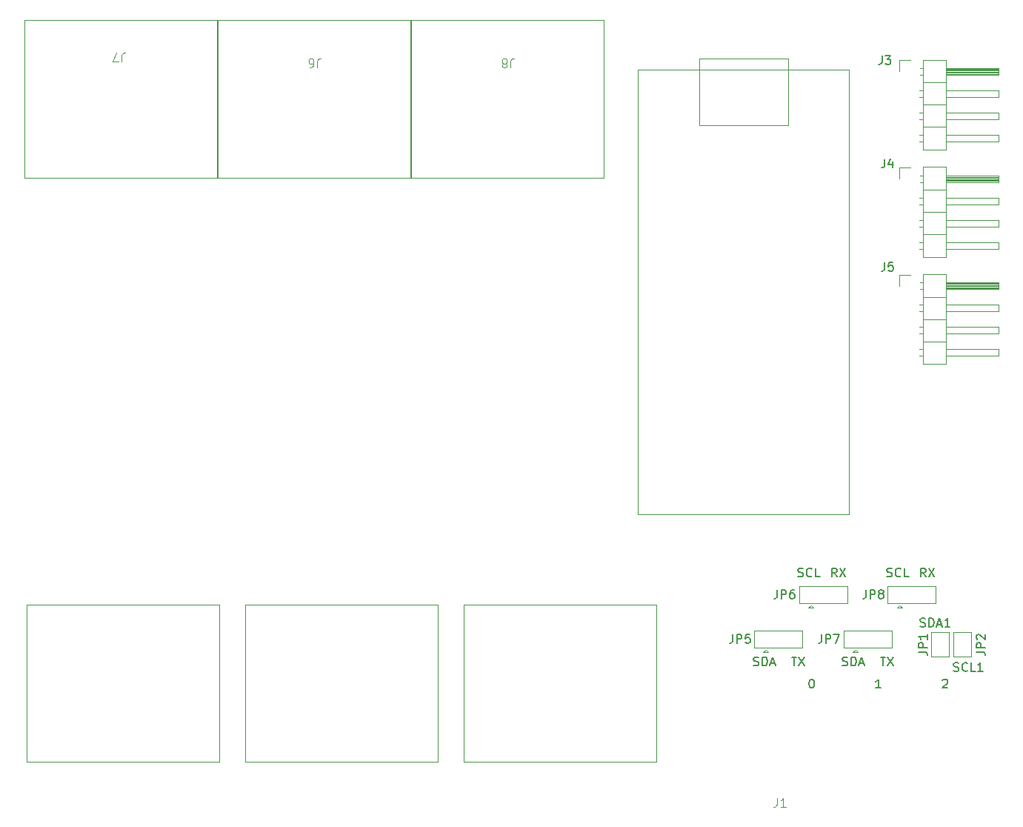
<source format=gbr>
%TF.GenerationSoftware,KiCad,Pcbnew,8.0.1*%
%TF.CreationDate,2024-04-06T11:37:36-04:00*%
%TF.ProjectId,template-card with ESCs,74656d70-6c61-4746-952d-636172642077,rev?*%
%TF.SameCoordinates,Original*%
%TF.FileFunction,Legend,Top*%
%TF.FilePolarity,Positive*%
%FSLAX46Y46*%
G04 Gerber Fmt 4.6, Leading zero omitted, Abs format (unit mm)*
G04 Created by KiCad (PCBNEW 8.0.1) date 2024-04-06 11:37:36*
%MOMM*%
%LPD*%
G01*
G04 APERTURE LIST*
%ADD10C,0.150000*%
%ADD11C,0.100000*%
%ADD12C,0.120000*%
G04 APERTURE END LIST*
D10*
X188249160Y-91262200D02*
X188392017Y-91309819D01*
X188392017Y-91309819D02*
X188630112Y-91309819D01*
X188630112Y-91309819D02*
X188725350Y-91262200D01*
X188725350Y-91262200D02*
X188772969Y-91214580D01*
X188772969Y-91214580D02*
X188820588Y-91119342D01*
X188820588Y-91119342D02*
X188820588Y-91024104D01*
X188820588Y-91024104D02*
X188772969Y-90928866D01*
X188772969Y-90928866D02*
X188725350Y-90881247D01*
X188725350Y-90881247D02*
X188630112Y-90833628D01*
X188630112Y-90833628D02*
X188439636Y-90786009D01*
X188439636Y-90786009D02*
X188344398Y-90738390D01*
X188344398Y-90738390D02*
X188296779Y-90690771D01*
X188296779Y-90690771D02*
X188249160Y-90595533D01*
X188249160Y-90595533D02*
X188249160Y-90500295D01*
X188249160Y-90500295D02*
X188296779Y-90405057D01*
X188296779Y-90405057D02*
X188344398Y-90357438D01*
X188344398Y-90357438D02*
X188439636Y-90309819D01*
X188439636Y-90309819D02*
X188677731Y-90309819D01*
X188677731Y-90309819D02*
X188820588Y-90357438D01*
X189249160Y-91309819D02*
X189249160Y-90309819D01*
X189249160Y-90309819D02*
X189487255Y-90309819D01*
X189487255Y-90309819D02*
X189630112Y-90357438D01*
X189630112Y-90357438D02*
X189725350Y-90452676D01*
X189725350Y-90452676D02*
X189772969Y-90547914D01*
X189772969Y-90547914D02*
X189820588Y-90738390D01*
X189820588Y-90738390D02*
X189820588Y-90881247D01*
X189820588Y-90881247D02*
X189772969Y-91071723D01*
X189772969Y-91071723D02*
X189725350Y-91166961D01*
X189725350Y-91166961D02*
X189630112Y-91262200D01*
X189630112Y-91262200D02*
X189487255Y-91309819D01*
X189487255Y-91309819D02*
X189249160Y-91309819D01*
X190201541Y-91024104D02*
X190677731Y-91024104D01*
X190106303Y-91309819D02*
X190439636Y-90309819D01*
X190439636Y-90309819D02*
X190772969Y-91309819D01*
X191630112Y-91309819D02*
X191058684Y-91309819D01*
X191344398Y-91309819D02*
X191344398Y-90309819D01*
X191344398Y-90309819D02*
X191249160Y-90452676D01*
X191249160Y-90452676D02*
X191153922Y-90547914D01*
X191153922Y-90547914D02*
X191058684Y-90595533D01*
X178708207Y-85594819D02*
X178374874Y-85118628D01*
X178136779Y-85594819D02*
X178136779Y-84594819D01*
X178136779Y-84594819D02*
X178517731Y-84594819D01*
X178517731Y-84594819D02*
X178612969Y-84642438D01*
X178612969Y-84642438D02*
X178660588Y-84690057D01*
X178660588Y-84690057D02*
X178708207Y-84785295D01*
X178708207Y-84785295D02*
X178708207Y-84928152D01*
X178708207Y-84928152D02*
X178660588Y-85023390D01*
X178660588Y-85023390D02*
X178612969Y-85071009D01*
X178612969Y-85071009D02*
X178517731Y-85118628D01*
X178517731Y-85118628D02*
X178136779Y-85118628D01*
X179041541Y-84594819D02*
X179708207Y-85594819D01*
X179708207Y-84594819D02*
X179041541Y-85594819D01*
X173548922Y-94754819D02*
X174120350Y-94754819D01*
X173834636Y-95754819D02*
X173834636Y-94754819D01*
X174358446Y-94754819D02*
X175025112Y-95754819D01*
X175025112Y-94754819D02*
X174358446Y-95754819D01*
X184439160Y-85547200D02*
X184582017Y-85594819D01*
X184582017Y-85594819D02*
X184820112Y-85594819D01*
X184820112Y-85594819D02*
X184915350Y-85547200D01*
X184915350Y-85547200D02*
X184962969Y-85499580D01*
X184962969Y-85499580D02*
X185010588Y-85404342D01*
X185010588Y-85404342D02*
X185010588Y-85309104D01*
X185010588Y-85309104D02*
X184962969Y-85213866D01*
X184962969Y-85213866D02*
X184915350Y-85166247D01*
X184915350Y-85166247D02*
X184820112Y-85118628D01*
X184820112Y-85118628D02*
X184629636Y-85071009D01*
X184629636Y-85071009D02*
X184534398Y-85023390D01*
X184534398Y-85023390D02*
X184486779Y-84975771D01*
X184486779Y-84975771D02*
X184439160Y-84880533D01*
X184439160Y-84880533D02*
X184439160Y-84785295D01*
X184439160Y-84785295D02*
X184486779Y-84690057D01*
X184486779Y-84690057D02*
X184534398Y-84642438D01*
X184534398Y-84642438D02*
X184629636Y-84594819D01*
X184629636Y-84594819D02*
X184867731Y-84594819D01*
X184867731Y-84594819D02*
X185010588Y-84642438D01*
X186010588Y-85499580D02*
X185962969Y-85547200D01*
X185962969Y-85547200D02*
X185820112Y-85594819D01*
X185820112Y-85594819D02*
X185724874Y-85594819D01*
X185724874Y-85594819D02*
X185582017Y-85547200D01*
X185582017Y-85547200D02*
X185486779Y-85451961D01*
X185486779Y-85451961D02*
X185439160Y-85356723D01*
X185439160Y-85356723D02*
X185391541Y-85166247D01*
X185391541Y-85166247D02*
X185391541Y-85023390D01*
X185391541Y-85023390D02*
X185439160Y-84832914D01*
X185439160Y-84832914D02*
X185486779Y-84737676D01*
X185486779Y-84737676D02*
X185582017Y-84642438D01*
X185582017Y-84642438D02*
X185724874Y-84594819D01*
X185724874Y-84594819D02*
X185820112Y-84594819D01*
X185820112Y-84594819D02*
X185962969Y-84642438D01*
X185962969Y-84642438D02*
X186010588Y-84690057D01*
X186915350Y-85594819D02*
X186439160Y-85594819D01*
X186439160Y-85594819D02*
X186439160Y-84594819D01*
X188868207Y-85594819D02*
X188534874Y-85118628D01*
X188296779Y-85594819D02*
X188296779Y-84594819D01*
X188296779Y-84594819D02*
X188677731Y-84594819D01*
X188677731Y-84594819D02*
X188772969Y-84642438D01*
X188772969Y-84642438D02*
X188820588Y-84690057D01*
X188820588Y-84690057D02*
X188868207Y-84785295D01*
X188868207Y-84785295D02*
X188868207Y-84928152D01*
X188868207Y-84928152D02*
X188820588Y-85023390D01*
X188820588Y-85023390D02*
X188772969Y-85071009D01*
X188772969Y-85071009D02*
X188677731Y-85118628D01*
X188677731Y-85118628D02*
X188296779Y-85118628D01*
X189201541Y-84594819D02*
X189868207Y-85594819D01*
X189868207Y-84594819D02*
X189201541Y-85594819D01*
X183708922Y-94754819D02*
X184280350Y-94754819D01*
X183994636Y-95754819D02*
X183994636Y-94754819D01*
X184518446Y-94754819D02*
X185185112Y-95754819D01*
X185185112Y-94754819D02*
X184518446Y-95754819D01*
X192059160Y-96342200D02*
X192202017Y-96389819D01*
X192202017Y-96389819D02*
X192440112Y-96389819D01*
X192440112Y-96389819D02*
X192535350Y-96342200D01*
X192535350Y-96342200D02*
X192582969Y-96294580D01*
X192582969Y-96294580D02*
X192630588Y-96199342D01*
X192630588Y-96199342D02*
X192630588Y-96104104D01*
X192630588Y-96104104D02*
X192582969Y-96008866D01*
X192582969Y-96008866D02*
X192535350Y-95961247D01*
X192535350Y-95961247D02*
X192440112Y-95913628D01*
X192440112Y-95913628D02*
X192249636Y-95866009D01*
X192249636Y-95866009D02*
X192154398Y-95818390D01*
X192154398Y-95818390D02*
X192106779Y-95770771D01*
X192106779Y-95770771D02*
X192059160Y-95675533D01*
X192059160Y-95675533D02*
X192059160Y-95580295D01*
X192059160Y-95580295D02*
X192106779Y-95485057D01*
X192106779Y-95485057D02*
X192154398Y-95437438D01*
X192154398Y-95437438D02*
X192249636Y-95389819D01*
X192249636Y-95389819D02*
X192487731Y-95389819D01*
X192487731Y-95389819D02*
X192630588Y-95437438D01*
X193630588Y-96294580D02*
X193582969Y-96342200D01*
X193582969Y-96342200D02*
X193440112Y-96389819D01*
X193440112Y-96389819D02*
X193344874Y-96389819D01*
X193344874Y-96389819D02*
X193202017Y-96342200D01*
X193202017Y-96342200D02*
X193106779Y-96246961D01*
X193106779Y-96246961D02*
X193059160Y-96151723D01*
X193059160Y-96151723D02*
X193011541Y-95961247D01*
X193011541Y-95961247D02*
X193011541Y-95818390D01*
X193011541Y-95818390D02*
X193059160Y-95627914D01*
X193059160Y-95627914D02*
X193106779Y-95532676D01*
X193106779Y-95532676D02*
X193202017Y-95437438D01*
X193202017Y-95437438D02*
X193344874Y-95389819D01*
X193344874Y-95389819D02*
X193440112Y-95389819D01*
X193440112Y-95389819D02*
X193582969Y-95437438D01*
X193582969Y-95437438D02*
X193630588Y-95485057D01*
X194535350Y-96389819D02*
X194059160Y-96389819D01*
X194059160Y-96389819D02*
X194059160Y-95389819D01*
X195392493Y-96389819D02*
X194821065Y-96389819D01*
X195106779Y-96389819D02*
X195106779Y-95389819D01*
X195106779Y-95389819D02*
X195011541Y-95532676D01*
X195011541Y-95532676D02*
X194916303Y-95627914D01*
X194916303Y-95627914D02*
X194821065Y-95675533D01*
X175787255Y-97294819D02*
X175882493Y-97294819D01*
X175882493Y-97294819D02*
X175977731Y-97342438D01*
X175977731Y-97342438D02*
X176025350Y-97390057D01*
X176025350Y-97390057D02*
X176072969Y-97485295D01*
X176072969Y-97485295D02*
X176120588Y-97675771D01*
X176120588Y-97675771D02*
X176120588Y-97913866D01*
X176120588Y-97913866D02*
X176072969Y-98104342D01*
X176072969Y-98104342D02*
X176025350Y-98199580D01*
X176025350Y-98199580D02*
X175977731Y-98247200D01*
X175977731Y-98247200D02*
X175882493Y-98294819D01*
X175882493Y-98294819D02*
X175787255Y-98294819D01*
X175787255Y-98294819D02*
X175692017Y-98247200D01*
X175692017Y-98247200D02*
X175644398Y-98199580D01*
X175644398Y-98199580D02*
X175596779Y-98104342D01*
X175596779Y-98104342D02*
X175549160Y-97913866D01*
X175549160Y-97913866D02*
X175549160Y-97675771D01*
X175549160Y-97675771D02*
X175596779Y-97485295D01*
X175596779Y-97485295D02*
X175644398Y-97390057D01*
X175644398Y-97390057D02*
X175692017Y-97342438D01*
X175692017Y-97342438D02*
X175787255Y-97294819D01*
X190789160Y-97390057D02*
X190836779Y-97342438D01*
X190836779Y-97342438D02*
X190932017Y-97294819D01*
X190932017Y-97294819D02*
X191170112Y-97294819D01*
X191170112Y-97294819D02*
X191265350Y-97342438D01*
X191265350Y-97342438D02*
X191312969Y-97390057D01*
X191312969Y-97390057D02*
X191360588Y-97485295D01*
X191360588Y-97485295D02*
X191360588Y-97580533D01*
X191360588Y-97580533D02*
X191312969Y-97723390D01*
X191312969Y-97723390D02*
X190741541Y-98294819D01*
X190741541Y-98294819D02*
X191360588Y-98294819D01*
X179359160Y-95707200D02*
X179502017Y-95754819D01*
X179502017Y-95754819D02*
X179740112Y-95754819D01*
X179740112Y-95754819D02*
X179835350Y-95707200D01*
X179835350Y-95707200D02*
X179882969Y-95659580D01*
X179882969Y-95659580D02*
X179930588Y-95564342D01*
X179930588Y-95564342D02*
X179930588Y-95469104D01*
X179930588Y-95469104D02*
X179882969Y-95373866D01*
X179882969Y-95373866D02*
X179835350Y-95326247D01*
X179835350Y-95326247D02*
X179740112Y-95278628D01*
X179740112Y-95278628D02*
X179549636Y-95231009D01*
X179549636Y-95231009D02*
X179454398Y-95183390D01*
X179454398Y-95183390D02*
X179406779Y-95135771D01*
X179406779Y-95135771D02*
X179359160Y-95040533D01*
X179359160Y-95040533D02*
X179359160Y-94945295D01*
X179359160Y-94945295D02*
X179406779Y-94850057D01*
X179406779Y-94850057D02*
X179454398Y-94802438D01*
X179454398Y-94802438D02*
X179549636Y-94754819D01*
X179549636Y-94754819D02*
X179787731Y-94754819D01*
X179787731Y-94754819D02*
X179930588Y-94802438D01*
X180359160Y-95754819D02*
X180359160Y-94754819D01*
X180359160Y-94754819D02*
X180597255Y-94754819D01*
X180597255Y-94754819D02*
X180740112Y-94802438D01*
X180740112Y-94802438D02*
X180835350Y-94897676D01*
X180835350Y-94897676D02*
X180882969Y-94992914D01*
X180882969Y-94992914D02*
X180930588Y-95183390D01*
X180930588Y-95183390D02*
X180930588Y-95326247D01*
X180930588Y-95326247D02*
X180882969Y-95516723D01*
X180882969Y-95516723D02*
X180835350Y-95611961D01*
X180835350Y-95611961D02*
X180740112Y-95707200D01*
X180740112Y-95707200D02*
X180597255Y-95754819D01*
X180597255Y-95754819D02*
X180359160Y-95754819D01*
X181311541Y-95469104D02*
X181787731Y-95469104D01*
X181216303Y-95754819D02*
X181549636Y-94754819D01*
X181549636Y-94754819D02*
X181882969Y-95754819D01*
X174279160Y-85547200D02*
X174422017Y-85594819D01*
X174422017Y-85594819D02*
X174660112Y-85594819D01*
X174660112Y-85594819D02*
X174755350Y-85547200D01*
X174755350Y-85547200D02*
X174802969Y-85499580D01*
X174802969Y-85499580D02*
X174850588Y-85404342D01*
X174850588Y-85404342D02*
X174850588Y-85309104D01*
X174850588Y-85309104D02*
X174802969Y-85213866D01*
X174802969Y-85213866D02*
X174755350Y-85166247D01*
X174755350Y-85166247D02*
X174660112Y-85118628D01*
X174660112Y-85118628D02*
X174469636Y-85071009D01*
X174469636Y-85071009D02*
X174374398Y-85023390D01*
X174374398Y-85023390D02*
X174326779Y-84975771D01*
X174326779Y-84975771D02*
X174279160Y-84880533D01*
X174279160Y-84880533D02*
X174279160Y-84785295D01*
X174279160Y-84785295D02*
X174326779Y-84690057D01*
X174326779Y-84690057D02*
X174374398Y-84642438D01*
X174374398Y-84642438D02*
X174469636Y-84594819D01*
X174469636Y-84594819D02*
X174707731Y-84594819D01*
X174707731Y-84594819D02*
X174850588Y-84642438D01*
X175850588Y-85499580D02*
X175802969Y-85547200D01*
X175802969Y-85547200D02*
X175660112Y-85594819D01*
X175660112Y-85594819D02*
X175564874Y-85594819D01*
X175564874Y-85594819D02*
X175422017Y-85547200D01*
X175422017Y-85547200D02*
X175326779Y-85451961D01*
X175326779Y-85451961D02*
X175279160Y-85356723D01*
X175279160Y-85356723D02*
X175231541Y-85166247D01*
X175231541Y-85166247D02*
X175231541Y-85023390D01*
X175231541Y-85023390D02*
X175279160Y-84832914D01*
X175279160Y-84832914D02*
X175326779Y-84737676D01*
X175326779Y-84737676D02*
X175422017Y-84642438D01*
X175422017Y-84642438D02*
X175564874Y-84594819D01*
X175564874Y-84594819D02*
X175660112Y-84594819D01*
X175660112Y-84594819D02*
X175802969Y-84642438D01*
X175802969Y-84642438D02*
X175850588Y-84690057D01*
X176755350Y-85594819D02*
X176279160Y-85594819D01*
X176279160Y-85594819D02*
X176279160Y-84594819D01*
X169199160Y-95707200D02*
X169342017Y-95754819D01*
X169342017Y-95754819D02*
X169580112Y-95754819D01*
X169580112Y-95754819D02*
X169675350Y-95707200D01*
X169675350Y-95707200D02*
X169722969Y-95659580D01*
X169722969Y-95659580D02*
X169770588Y-95564342D01*
X169770588Y-95564342D02*
X169770588Y-95469104D01*
X169770588Y-95469104D02*
X169722969Y-95373866D01*
X169722969Y-95373866D02*
X169675350Y-95326247D01*
X169675350Y-95326247D02*
X169580112Y-95278628D01*
X169580112Y-95278628D02*
X169389636Y-95231009D01*
X169389636Y-95231009D02*
X169294398Y-95183390D01*
X169294398Y-95183390D02*
X169246779Y-95135771D01*
X169246779Y-95135771D02*
X169199160Y-95040533D01*
X169199160Y-95040533D02*
X169199160Y-94945295D01*
X169199160Y-94945295D02*
X169246779Y-94850057D01*
X169246779Y-94850057D02*
X169294398Y-94802438D01*
X169294398Y-94802438D02*
X169389636Y-94754819D01*
X169389636Y-94754819D02*
X169627731Y-94754819D01*
X169627731Y-94754819D02*
X169770588Y-94802438D01*
X170199160Y-95754819D02*
X170199160Y-94754819D01*
X170199160Y-94754819D02*
X170437255Y-94754819D01*
X170437255Y-94754819D02*
X170580112Y-94802438D01*
X170580112Y-94802438D02*
X170675350Y-94897676D01*
X170675350Y-94897676D02*
X170722969Y-94992914D01*
X170722969Y-94992914D02*
X170770588Y-95183390D01*
X170770588Y-95183390D02*
X170770588Y-95326247D01*
X170770588Y-95326247D02*
X170722969Y-95516723D01*
X170722969Y-95516723D02*
X170675350Y-95611961D01*
X170675350Y-95611961D02*
X170580112Y-95707200D01*
X170580112Y-95707200D02*
X170437255Y-95754819D01*
X170437255Y-95754819D02*
X170199160Y-95754819D01*
X171151541Y-95469104D02*
X171627731Y-95469104D01*
X171056303Y-95754819D02*
X171389636Y-94754819D01*
X171389636Y-94754819D02*
X171722969Y-95754819D01*
X183740588Y-98294819D02*
X183169160Y-98294819D01*
X183454874Y-98294819D02*
X183454874Y-97294819D01*
X183454874Y-97294819D02*
X183359636Y-97437676D01*
X183359636Y-97437676D02*
X183264398Y-97532914D01*
X183264398Y-97532914D02*
X183169160Y-97580533D01*
X194653819Y-94178333D02*
X195368104Y-94178333D01*
X195368104Y-94178333D02*
X195510961Y-94225952D01*
X195510961Y-94225952D02*
X195606200Y-94321190D01*
X195606200Y-94321190D02*
X195653819Y-94464047D01*
X195653819Y-94464047D02*
X195653819Y-94559285D01*
X195653819Y-93702142D02*
X194653819Y-93702142D01*
X194653819Y-93702142D02*
X194653819Y-93321190D01*
X194653819Y-93321190D02*
X194701438Y-93225952D01*
X194701438Y-93225952D02*
X194749057Y-93178333D01*
X194749057Y-93178333D02*
X194844295Y-93130714D01*
X194844295Y-93130714D02*
X194987152Y-93130714D01*
X194987152Y-93130714D02*
X195082390Y-93178333D01*
X195082390Y-93178333D02*
X195130009Y-93225952D01*
X195130009Y-93225952D02*
X195177628Y-93321190D01*
X195177628Y-93321190D02*
X195177628Y-93702142D01*
X194749057Y-92749761D02*
X194701438Y-92702142D01*
X194701438Y-92702142D02*
X194653819Y-92606904D01*
X194653819Y-92606904D02*
X194653819Y-92368809D01*
X194653819Y-92368809D02*
X194701438Y-92273571D01*
X194701438Y-92273571D02*
X194749057Y-92225952D01*
X194749057Y-92225952D02*
X194844295Y-92178333D01*
X194844295Y-92178333D02*
X194939533Y-92178333D01*
X194939533Y-92178333D02*
X195082390Y-92225952D01*
X195082390Y-92225952D02*
X195653819Y-92797380D01*
X195653819Y-92797380D02*
X195653819Y-92178333D01*
D11*
X96980333Y-26704580D02*
X96980333Y-25990295D01*
X96980333Y-25990295D02*
X97027952Y-25847438D01*
X97027952Y-25847438D02*
X97123190Y-25752200D01*
X97123190Y-25752200D02*
X97266047Y-25704580D01*
X97266047Y-25704580D02*
X97361285Y-25704580D01*
X96599380Y-26704580D02*
X95932714Y-26704580D01*
X95932714Y-26704580D02*
X96361285Y-25704580D01*
D10*
X166806666Y-92164819D02*
X166806666Y-92879104D01*
X166806666Y-92879104D02*
X166759047Y-93021961D01*
X166759047Y-93021961D02*
X166663809Y-93117200D01*
X166663809Y-93117200D02*
X166520952Y-93164819D01*
X166520952Y-93164819D02*
X166425714Y-93164819D01*
X167282857Y-93164819D02*
X167282857Y-92164819D01*
X167282857Y-92164819D02*
X167663809Y-92164819D01*
X167663809Y-92164819D02*
X167759047Y-92212438D01*
X167759047Y-92212438D02*
X167806666Y-92260057D01*
X167806666Y-92260057D02*
X167854285Y-92355295D01*
X167854285Y-92355295D02*
X167854285Y-92498152D01*
X167854285Y-92498152D02*
X167806666Y-92593390D01*
X167806666Y-92593390D02*
X167759047Y-92641009D01*
X167759047Y-92641009D02*
X167663809Y-92688628D01*
X167663809Y-92688628D02*
X167282857Y-92688628D01*
X168759047Y-92164819D02*
X168282857Y-92164819D01*
X168282857Y-92164819D02*
X168235238Y-92641009D01*
X168235238Y-92641009D02*
X168282857Y-92593390D01*
X168282857Y-92593390D02*
X168378095Y-92545771D01*
X168378095Y-92545771D02*
X168616190Y-92545771D01*
X168616190Y-92545771D02*
X168711428Y-92593390D01*
X168711428Y-92593390D02*
X168759047Y-92641009D01*
X168759047Y-92641009D02*
X168806666Y-92736247D01*
X168806666Y-92736247D02*
X168806666Y-92974342D01*
X168806666Y-92974342D02*
X168759047Y-93069580D01*
X168759047Y-93069580D02*
X168711428Y-93117200D01*
X168711428Y-93117200D02*
X168616190Y-93164819D01*
X168616190Y-93164819D02*
X168378095Y-93164819D01*
X168378095Y-93164819D02*
X168282857Y-93117200D01*
X168282857Y-93117200D02*
X168235238Y-93069580D01*
X183866666Y-26054819D02*
X183866666Y-26769104D01*
X183866666Y-26769104D02*
X183819047Y-26911961D01*
X183819047Y-26911961D02*
X183723809Y-27007200D01*
X183723809Y-27007200D02*
X183580952Y-27054819D01*
X183580952Y-27054819D02*
X183485714Y-27054819D01*
X184247619Y-26054819D02*
X184866666Y-26054819D01*
X184866666Y-26054819D02*
X184533333Y-26435771D01*
X184533333Y-26435771D02*
X184676190Y-26435771D01*
X184676190Y-26435771D02*
X184771428Y-26483390D01*
X184771428Y-26483390D02*
X184819047Y-26531009D01*
X184819047Y-26531009D02*
X184866666Y-26626247D01*
X184866666Y-26626247D02*
X184866666Y-26864342D01*
X184866666Y-26864342D02*
X184819047Y-26959580D01*
X184819047Y-26959580D02*
X184771428Y-27007200D01*
X184771428Y-27007200D02*
X184676190Y-27054819D01*
X184676190Y-27054819D02*
X184390476Y-27054819D01*
X184390476Y-27054819D02*
X184295238Y-27007200D01*
X184295238Y-27007200D02*
X184247619Y-26959580D01*
X176966666Y-92164819D02*
X176966666Y-92879104D01*
X176966666Y-92879104D02*
X176919047Y-93021961D01*
X176919047Y-93021961D02*
X176823809Y-93117200D01*
X176823809Y-93117200D02*
X176680952Y-93164819D01*
X176680952Y-93164819D02*
X176585714Y-93164819D01*
X177442857Y-93164819D02*
X177442857Y-92164819D01*
X177442857Y-92164819D02*
X177823809Y-92164819D01*
X177823809Y-92164819D02*
X177919047Y-92212438D01*
X177919047Y-92212438D02*
X177966666Y-92260057D01*
X177966666Y-92260057D02*
X178014285Y-92355295D01*
X178014285Y-92355295D02*
X178014285Y-92498152D01*
X178014285Y-92498152D02*
X177966666Y-92593390D01*
X177966666Y-92593390D02*
X177919047Y-92641009D01*
X177919047Y-92641009D02*
X177823809Y-92688628D01*
X177823809Y-92688628D02*
X177442857Y-92688628D01*
X178347619Y-92164819D02*
X179014285Y-92164819D01*
X179014285Y-92164819D02*
X178585714Y-93164819D01*
X171886666Y-87084819D02*
X171886666Y-87799104D01*
X171886666Y-87799104D02*
X171839047Y-87941961D01*
X171839047Y-87941961D02*
X171743809Y-88037200D01*
X171743809Y-88037200D02*
X171600952Y-88084819D01*
X171600952Y-88084819D02*
X171505714Y-88084819D01*
X172362857Y-88084819D02*
X172362857Y-87084819D01*
X172362857Y-87084819D02*
X172743809Y-87084819D01*
X172743809Y-87084819D02*
X172839047Y-87132438D01*
X172839047Y-87132438D02*
X172886666Y-87180057D01*
X172886666Y-87180057D02*
X172934285Y-87275295D01*
X172934285Y-87275295D02*
X172934285Y-87418152D01*
X172934285Y-87418152D02*
X172886666Y-87513390D01*
X172886666Y-87513390D02*
X172839047Y-87561009D01*
X172839047Y-87561009D02*
X172743809Y-87608628D01*
X172743809Y-87608628D02*
X172362857Y-87608628D01*
X173791428Y-87084819D02*
X173600952Y-87084819D01*
X173600952Y-87084819D02*
X173505714Y-87132438D01*
X173505714Y-87132438D02*
X173458095Y-87180057D01*
X173458095Y-87180057D02*
X173362857Y-87322914D01*
X173362857Y-87322914D02*
X173315238Y-87513390D01*
X173315238Y-87513390D02*
X173315238Y-87894342D01*
X173315238Y-87894342D02*
X173362857Y-87989580D01*
X173362857Y-87989580D02*
X173410476Y-88037200D01*
X173410476Y-88037200D02*
X173505714Y-88084819D01*
X173505714Y-88084819D02*
X173696190Y-88084819D01*
X173696190Y-88084819D02*
X173791428Y-88037200D01*
X173791428Y-88037200D02*
X173839047Y-87989580D01*
X173839047Y-87989580D02*
X173886666Y-87894342D01*
X173886666Y-87894342D02*
X173886666Y-87656247D01*
X173886666Y-87656247D02*
X173839047Y-87561009D01*
X173839047Y-87561009D02*
X173791428Y-87513390D01*
X173791428Y-87513390D02*
X173696190Y-87465771D01*
X173696190Y-87465771D02*
X173505714Y-87465771D01*
X173505714Y-87465771D02*
X173410476Y-87513390D01*
X173410476Y-87513390D02*
X173362857Y-87561009D01*
X173362857Y-87561009D02*
X173315238Y-87656247D01*
D11*
X171878666Y-110879419D02*
X171878666Y-111593704D01*
X171878666Y-111593704D02*
X171831047Y-111736561D01*
X171831047Y-111736561D02*
X171735809Y-111831800D01*
X171735809Y-111831800D02*
X171592952Y-111879419D01*
X171592952Y-111879419D02*
X171497714Y-111879419D01*
X172878666Y-111879419D02*
X172307238Y-111879419D01*
X172592952Y-111879419D02*
X172592952Y-110879419D01*
X172592952Y-110879419D02*
X172497714Y-111022276D01*
X172497714Y-111022276D02*
X172402476Y-111117514D01*
X172402476Y-111117514D02*
X172307238Y-111165133D01*
D10*
X188049819Y-94163333D02*
X188764104Y-94163333D01*
X188764104Y-94163333D02*
X188906961Y-94210952D01*
X188906961Y-94210952D02*
X189002200Y-94306190D01*
X189002200Y-94306190D02*
X189049819Y-94449047D01*
X189049819Y-94449047D02*
X189049819Y-94544285D01*
X189049819Y-93687142D02*
X188049819Y-93687142D01*
X188049819Y-93687142D02*
X188049819Y-93306190D01*
X188049819Y-93306190D02*
X188097438Y-93210952D01*
X188097438Y-93210952D02*
X188145057Y-93163333D01*
X188145057Y-93163333D02*
X188240295Y-93115714D01*
X188240295Y-93115714D02*
X188383152Y-93115714D01*
X188383152Y-93115714D02*
X188478390Y-93163333D01*
X188478390Y-93163333D02*
X188526009Y-93210952D01*
X188526009Y-93210952D02*
X188573628Y-93306190D01*
X188573628Y-93306190D02*
X188573628Y-93687142D01*
X189049819Y-92163333D02*
X189049819Y-92734761D01*
X189049819Y-92449047D02*
X188049819Y-92449047D01*
X188049819Y-92449047D02*
X188192676Y-92544285D01*
X188192676Y-92544285D02*
X188287914Y-92639523D01*
X188287914Y-92639523D02*
X188335533Y-92734761D01*
X182046666Y-87084819D02*
X182046666Y-87799104D01*
X182046666Y-87799104D02*
X181999047Y-87941961D01*
X181999047Y-87941961D02*
X181903809Y-88037200D01*
X181903809Y-88037200D02*
X181760952Y-88084819D01*
X181760952Y-88084819D02*
X181665714Y-88084819D01*
X182522857Y-88084819D02*
X182522857Y-87084819D01*
X182522857Y-87084819D02*
X182903809Y-87084819D01*
X182903809Y-87084819D02*
X182999047Y-87132438D01*
X182999047Y-87132438D02*
X183046666Y-87180057D01*
X183046666Y-87180057D02*
X183094285Y-87275295D01*
X183094285Y-87275295D02*
X183094285Y-87418152D01*
X183094285Y-87418152D02*
X183046666Y-87513390D01*
X183046666Y-87513390D02*
X182999047Y-87561009D01*
X182999047Y-87561009D02*
X182903809Y-87608628D01*
X182903809Y-87608628D02*
X182522857Y-87608628D01*
X183665714Y-87513390D02*
X183570476Y-87465771D01*
X183570476Y-87465771D02*
X183522857Y-87418152D01*
X183522857Y-87418152D02*
X183475238Y-87322914D01*
X183475238Y-87322914D02*
X183475238Y-87275295D01*
X183475238Y-87275295D02*
X183522857Y-87180057D01*
X183522857Y-87180057D02*
X183570476Y-87132438D01*
X183570476Y-87132438D02*
X183665714Y-87084819D01*
X183665714Y-87084819D02*
X183856190Y-87084819D01*
X183856190Y-87084819D02*
X183951428Y-87132438D01*
X183951428Y-87132438D02*
X183999047Y-87180057D01*
X183999047Y-87180057D02*
X184046666Y-87275295D01*
X184046666Y-87275295D02*
X184046666Y-87322914D01*
X184046666Y-87322914D02*
X183999047Y-87418152D01*
X183999047Y-87418152D02*
X183951428Y-87465771D01*
X183951428Y-87465771D02*
X183856190Y-87513390D01*
X183856190Y-87513390D02*
X183665714Y-87513390D01*
X183665714Y-87513390D02*
X183570476Y-87561009D01*
X183570476Y-87561009D02*
X183522857Y-87608628D01*
X183522857Y-87608628D02*
X183475238Y-87703866D01*
X183475238Y-87703866D02*
X183475238Y-87894342D01*
X183475238Y-87894342D02*
X183522857Y-87989580D01*
X183522857Y-87989580D02*
X183570476Y-88037200D01*
X183570476Y-88037200D02*
X183665714Y-88084819D01*
X183665714Y-88084819D02*
X183856190Y-88084819D01*
X183856190Y-88084819D02*
X183951428Y-88037200D01*
X183951428Y-88037200D02*
X183999047Y-87989580D01*
X183999047Y-87989580D02*
X184046666Y-87894342D01*
X184046666Y-87894342D02*
X184046666Y-87703866D01*
X184046666Y-87703866D02*
X183999047Y-87608628D01*
X183999047Y-87608628D02*
X183951428Y-87561009D01*
X183951428Y-87561009D02*
X183856190Y-87513390D01*
X184166666Y-49654819D02*
X184166666Y-50369104D01*
X184166666Y-50369104D02*
X184119047Y-50511961D01*
X184119047Y-50511961D02*
X184023809Y-50607200D01*
X184023809Y-50607200D02*
X183880952Y-50654819D01*
X183880952Y-50654819D02*
X183785714Y-50654819D01*
X185119047Y-49654819D02*
X184642857Y-49654819D01*
X184642857Y-49654819D02*
X184595238Y-50131009D01*
X184595238Y-50131009D02*
X184642857Y-50083390D01*
X184642857Y-50083390D02*
X184738095Y-50035771D01*
X184738095Y-50035771D02*
X184976190Y-50035771D01*
X184976190Y-50035771D02*
X185071428Y-50083390D01*
X185071428Y-50083390D02*
X185119047Y-50131009D01*
X185119047Y-50131009D02*
X185166666Y-50226247D01*
X185166666Y-50226247D02*
X185166666Y-50464342D01*
X185166666Y-50464342D02*
X185119047Y-50559580D01*
X185119047Y-50559580D02*
X185071428Y-50607200D01*
X185071428Y-50607200D02*
X184976190Y-50654819D01*
X184976190Y-50654819D02*
X184738095Y-50654819D01*
X184738095Y-50654819D02*
X184642857Y-50607200D01*
X184642857Y-50607200D02*
X184595238Y-50559580D01*
X184166666Y-37854819D02*
X184166666Y-38569104D01*
X184166666Y-38569104D02*
X184119047Y-38711961D01*
X184119047Y-38711961D02*
X184023809Y-38807200D01*
X184023809Y-38807200D02*
X183880952Y-38854819D01*
X183880952Y-38854819D02*
X183785714Y-38854819D01*
X185071428Y-38188152D02*
X185071428Y-38854819D01*
X184833333Y-37807200D02*
X184595238Y-38521485D01*
X184595238Y-38521485D02*
X185214285Y-38521485D01*
D11*
X119332333Y-27370580D02*
X119332333Y-26656295D01*
X119332333Y-26656295D02*
X119379952Y-26513438D01*
X119379952Y-26513438D02*
X119475190Y-26418200D01*
X119475190Y-26418200D02*
X119618047Y-26370580D01*
X119618047Y-26370580D02*
X119713285Y-26370580D01*
X118427571Y-27370580D02*
X118618047Y-27370580D01*
X118618047Y-27370580D02*
X118713285Y-27322961D01*
X118713285Y-27322961D02*
X118760904Y-27275342D01*
X118760904Y-27275342D02*
X118856142Y-27132485D01*
X118856142Y-27132485D02*
X118903761Y-26942009D01*
X118903761Y-26942009D02*
X118903761Y-26561057D01*
X118903761Y-26561057D02*
X118856142Y-26465819D01*
X118856142Y-26465819D02*
X118808523Y-26418200D01*
X118808523Y-26418200D02*
X118713285Y-26370580D01*
X118713285Y-26370580D02*
X118522809Y-26370580D01*
X118522809Y-26370580D02*
X118427571Y-26418200D01*
X118427571Y-26418200D02*
X118379952Y-26465819D01*
X118379952Y-26465819D02*
X118332333Y-26561057D01*
X118332333Y-26561057D02*
X118332333Y-26799152D01*
X118332333Y-26799152D02*
X118379952Y-26894390D01*
X118379952Y-26894390D02*
X118427571Y-26942009D01*
X118427571Y-26942009D02*
X118522809Y-26989628D01*
X118522809Y-26989628D02*
X118713285Y-26989628D01*
X118713285Y-26989628D02*
X118808523Y-26942009D01*
X118808523Y-26942009D02*
X118856142Y-26894390D01*
X118856142Y-26894390D02*
X118903761Y-26799152D01*
X141430333Y-27370580D02*
X141430333Y-26656295D01*
X141430333Y-26656295D02*
X141477952Y-26513438D01*
X141477952Y-26513438D02*
X141573190Y-26418200D01*
X141573190Y-26418200D02*
X141716047Y-26370580D01*
X141716047Y-26370580D02*
X141811285Y-26370580D01*
X140811285Y-26942009D02*
X140906523Y-26989628D01*
X140906523Y-26989628D02*
X140954142Y-27037247D01*
X140954142Y-27037247D02*
X141001761Y-27132485D01*
X141001761Y-27132485D02*
X141001761Y-27180104D01*
X141001761Y-27180104D02*
X140954142Y-27275342D01*
X140954142Y-27275342D02*
X140906523Y-27322961D01*
X140906523Y-27322961D02*
X140811285Y-27370580D01*
X140811285Y-27370580D02*
X140620809Y-27370580D01*
X140620809Y-27370580D02*
X140525571Y-27322961D01*
X140525571Y-27322961D02*
X140477952Y-27275342D01*
X140477952Y-27275342D02*
X140430333Y-27180104D01*
X140430333Y-27180104D02*
X140430333Y-27132485D01*
X140430333Y-27132485D02*
X140477952Y-27037247D01*
X140477952Y-27037247D02*
X140525571Y-26989628D01*
X140525571Y-26989628D02*
X140620809Y-26942009D01*
X140620809Y-26942009D02*
X140811285Y-26942009D01*
X140811285Y-26942009D02*
X140906523Y-26894390D01*
X140906523Y-26894390D02*
X140954142Y-26846771D01*
X140954142Y-26846771D02*
X141001761Y-26751533D01*
X141001761Y-26751533D02*
X141001761Y-26561057D01*
X141001761Y-26561057D02*
X140954142Y-26465819D01*
X140954142Y-26465819D02*
X140906523Y-26418200D01*
X140906523Y-26418200D02*
X140811285Y-26370580D01*
X140811285Y-26370580D02*
X140620809Y-26370580D01*
X140620809Y-26370580D02*
X140525571Y-26418200D01*
X140525571Y-26418200D02*
X140477952Y-26465819D01*
X140477952Y-26465819D02*
X140430333Y-26561057D01*
X140430333Y-26561057D02*
X140430333Y-26751533D01*
X140430333Y-26751533D02*
X140477952Y-26846771D01*
X140477952Y-26846771D02*
X140525571Y-26894390D01*
X140525571Y-26894390D02*
X140620809Y-26942009D01*
D12*
%TO.C,JP2*%
X192040000Y-91930000D02*
X194040000Y-91930000D01*
X192040000Y-94730000D02*
X192040000Y-91930000D01*
X194040000Y-91930000D02*
X194040000Y-94730000D01*
X194040000Y-94730000D02*
X192040000Y-94730000D01*
%TO.C,J7*%
D11*
X107901000Y-39988000D02*
X85901000Y-39988000D01*
X85901000Y-21988000D01*
X107901000Y-21988000D01*
X107901000Y-39988000D01*
D12*
%TO.C,JP5*%
X169240000Y-91710000D02*
X174740000Y-91710000D01*
X169240000Y-93660000D02*
X169240000Y-91710000D01*
X170290000Y-94210000D02*
X170890000Y-94210000D01*
X170590000Y-93910000D02*
X170290000Y-94210000D01*
X170890000Y-94210000D02*
X170590000Y-93910000D01*
X174740000Y-91710000D02*
X174740000Y-93660000D01*
X174740000Y-93660000D02*
X169240000Y-93660000D01*
%TO.C,J3*%
X185815000Y-26585000D02*
X187085000Y-26585000D01*
X185815000Y-27855000D02*
X185815000Y-26585000D01*
X188127929Y-30015000D02*
X188525000Y-30015000D01*
X188127929Y-30775000D02*
X188525000Y-30775000D01*
X188127929Y-32555000D02*
X188525000Y-32555000D01*
X188127929Y-33315000D02*
X188525000Y-33315000D01*
X188127929Y-35095000D02*
X188525000Y-35095000D01*
X188127929Y-35855000D02*
X188525000Y-35855000D01*
X188195000Y-27475000D02*
X188525000Y-27475000D01*
X188195000Y-28235000D02*
X188525000Y-28235000D01*
X188525000Y-26525000D02*
X188525000Y-36805000D01*
X188525000Y-29125000D02*
X191185000Y-29125000D01*
X188525000Y-31665000D02*
X191185000Y-31665000D01*
X188525000Y-34205000D02*
X191185000Y-34205000D01*
X188525000Y-36805000D02*
X191185000Y-36805000D01*
X191185000Y-26525000D02*
X188525000Y-26525000D01*
X191185000Y-27475000D02*
X197185000Y-27475000D01*
X191185000Y-27535000D02*
X197185000Y-27535000D01*
X191185000Y-27655000D02*
X197185000Y-27655000D01*
X191185000Y-27775000D02*
X197185000Y-27775000D01*
X191185000Y-27895000D02*
X197185000Y-27895000D01*
X191185000Y-28015000D02*
X197185000Y-28015000D01*
X191185000Y-28135000D02*
X197185000Y-28135000D01*
X191185000Y-30015000D02*
X197185000Y-30015000D01*
X191185000Y-32555000D02*
X197185000Y-32555000D01*
X191185000Y-35095000D02*
X197185000Y-35095000D01*
X191185000Y-36805000D02*
X191185000Y-26525000D01*
X197185000Y-27475000D02*
X197185000Y-28235000D01*
X197185000Y-28235000D02*
X191185000Y-28235000D01*
X197185000Y-30015000D02*
X197185000Y-30775000D01*
X197185000Y-30775000D02*
X191185000Y-30775000D01*
X197185000Y-32555000D02*
X197185000Y-33315000D01*
X197185000Y-33315000D02*
X191185000Y-33315000D01*
X197185000Y-35095000D02*
X197185000Y-35855000D01*
X197185000Y-35855000D02*
X191185000Y-35855000D01*
D11*
%TO.C,U7*%
X155935000Y-27686000D02*
X155935000Y-78486000D01*
X155935000Y-78486000D02*
X180065000Y-78486000D01*
X162985000Y-26416000D02*
X173145000Y-26416000D01*
X162985000Y-27686000D02*
X162985000Y-26416000D01*
X162985000Y-27686000D02*
X162985000Y-34036000D01*
X162985000Y-34036000D02*
X173145000Y-34036000D01*
X173145000Y-26416000D02*
X173145000Y-27686000D01*
X173145000Y-34036000D02*
X173145000Y-27686000D01*
X180065000Y-27686000D02*
X155935000Y-27686000D01*
X180065000Y-78486000D02*
X180065000Y-27686000D01*
D12*
%TO.C,JP7*%
X179495000Y-91710000D02*
X184995000Y-91710000D01*
X179495000Y-93660000D02*
X179495000Y-91710000D01*
X180545000Y-94210000D02*
X181145000Y-94210000D01*
X180845000Y-93910000D02*
X180545000Y-94210000D01*
X181145000Y-94210000D02*
X180845000Y-93910000D01*
X184995000Y-91710000D02*
X184995000Y-93660000D01*
X184995000Y-93660000D02*
X179495000Y-93660000D01*
%TO.C,JP6*%
X174415000Y-86630000D02*
X179915000Y-86630000D01*
X174415000Y-88580000D02*
X174415000Y-86630000D01*
X175465000Y-89130000D02*
X176065000Y-89130000D01*
X175765000Y-88830000D02*
X175465000Y-89130000D01*
X176065000Y-89130000D02*
X175765000Y-88830000D01*
X179915000Y-86630000D02*
X179915000Y-88580000D01*
X179915000Y-88580000D02*
X174415000Y-88580000D01*
%TO.C,J2*%
D11*
X86130000Y-88760000D02*
X108130000Y-88760000D01*
X108130000Y-106760000D01*
X86130000Y-106760000D01*
X86130000Y-88760000D01*
X111130000Y-88760000D02*
X133130000Y-88760000D01*
X133130000Y-106760000D01*
X111130000Y-106760000D01*
X111130000Y-88760000D01*
X136100000Y-88760000D02*
X158100000Y-88760000D01*
X158100000Y-106760000D01*
X136100000Y-106760000D01*
X136100000Y-88760000D01*
D12*
%TO.C,JP1*%
X189500000Y-91930000D02*
X191500000Y-91930000D01*
X189500000Y-94730000D02*
X189500000Y-91930000D01*
X191500000Y-91930000D02*
X191500000Y-94730000D01*
X191500000Y-94730000D02*
X189500000Y-94730000D01*
%TO.C,JP8*%
X184505000Y-86630000D02*
X190005000Y-86630000D01*
X184505000Y-88580000D02*
X184505000Y-86630000D01*
X185555000Y-89130000D02*
X186155000Y-89130000D01*
X185855000Y-88830000D02*
X185555000Y-89130000D01*
X186155000Y-89130000D02*
X185855000Y-88830000D01*
X190005000Y-86630000D02*
X190005000Y-88580000D01*
X190005000Y-88580000D02*
X184505000Y-88580000D01*
%TO.C,J5*%
X185815000Y-51085000D02*
X187085000Y-51085000D01*
X185815000Y-52355000D02*
X185815000Y-51085000D01*
X188127929Y-54515000D02*
X188525000Y-54515000D01*
X188127929Y-55275000D02*
X188525000Y-55275000D01*
X188127929Y-57055000D02*
X188525000Y-57055000D01*
X188127929Y-57815000D02*
X188525000Y-57815000D01*
X188127929Y-59595000D02*
X188525000Y-59595000D01*
X188127929Y-60355000D02*
X188525000Y-60355000D01*
X188195000Y-51975000D02*
X188525000Y-51975000D01*
X188195000Y-52735000D02*
X188525000Y-52735000D01*
X188525000Y-51025000D02*
X188525000Y-61305000D01*
X188525000Y-53625000D02*
X191185000Y-53625000D01*
X188525000Y-56165000D02*
X191185000Y-56165000D01*
X188525000Y-58705000D02*
X191185000Y-58705000D01*
X188525000Y-61305000D02*
X191185000Y-61305000D01*
X191185000Y-51025000D02*
X188525000Y-51025000D01*
X191185000Y-51975000D02*
X197185000Y-51975000D01*
X191185000Y-52035000D02*
X197185000Y-52035000D01*
X191185000Y-52155000D02*
X197185000Y-52155000D01*
X191185000Y-52275000D02*
X197185000Y-52275000D01*
X191185000Y-52395000D02*
X197185000Y-52395000D01*
X191185000Y-52515000D02*
X197185000Y-52515000D01*
X191185000Y-52635000D02*
X197185000Y-52635000D01*
X191185000Y-54515000D02*
X197185000Y-54515000D01*
X191185000Y-57055000D02*
X197185000Y-57055000D01*
X191185000Y-59595000D02*
X197185000Y-59595000D01*
X191185000Y-61305000D02*
X191185000Y-51025000D01*
X197185000Y-51975000D02*
X197185000Y-52735000D01*
X197185000Y-52735000D02*
X191185000Y-52735000D01*
X197185000Y-54515000D02*
X197185000Y-55275000D01*
X197185000Y-55275000D02*
X191185000Y-55275000D01*
X197185000Y-57055000D02*
X197185000Y-57815000D01*
X197185000Y-57815000D02*
X191185000Y-57815000D01*
X197185000Y-59595000D02*
X197185000Y-60355000D01*
X197185000Y-60355000D02*
X191185000Y-60355000D01*
%TO.C,J4*%
X185815000Y-38835000D02*
X187085000Y-38835000D01*
X185815000Y-40105000D02*
X185815000Y-38835000D01*
X188127929Y-42265000D02*
X188525000Y-42265000D01*
X188127929Y-43025000D02*
X188525000Y-43025000D01*
X188127929Y-44805000D02*
X188525000Y-44805000D01*
X188127929Y-45565000D02*
X188525000Y-45565000D01*
X188127929Y-47345000D02*
X188525000Y-47345000D01*
X188127929Y-48105000D02*
X188525000Y-48105000D01*
X188195000Y-39725000D02*
X188525000Y-39725000D01*
X188195000Y-40485000D02*
X188525000Y-40485000D01*
X188525000Y-38775000D02*
X188525000Y-49055000D01*
X188525000Y-41375000D02*
X191185000Y-41375000D01*
X188525000Y-43915000D02*
X191185000Y-43915000D01*
X188525000Y-46455000D02*
X191185000Y-46455000D01*
X188525000Y-49055000D02*
X191185000Y-49055000D01*
X191185000Y-38775000D02*
X188525000Y-38775000D01*
X191185000Y-39725000D02*
X197185000Y-39725000D01*
X191185000Y-39785000D02*
X197185000Y-39785000D01*
X191185000Y-39905000D02*
X197185000Y-39905000D01*
X191185000Y-40025000D02*
X197185000Y-40025000D01*
X191185000Y-40145000D02*
X197185000Y-40145000D01*
X191185000Y-40265000D02*
X197185000Y-40265000D01*
X191185000Y-40385000D02*
X197185000Y-40385000D01*
X191185000Y-42265000D02*
X197185000Y-42265000D01*
X191185000Y-44805000D02*
X197185000Y-44805000D01*
X191185000Y-47345000D02*
X197185000Y-47345000D01*
X191185000Y-49055000D02*
X191185000Y-38775000D01*
X197185000Y-39725000D02*
X197185000Y-40485000D01*
X197185000Y-40485000D02*
X191185000Y-40485000D01*
X197185000Y-42265000D02*
X197185000Y-43025000D01*
X197185000Y-43025000D02*
X191185000Y-43025000D01*
X197185000Y-44805000D02*
X197185000Y-45565000D01*
X197185000Y-45565000D02*
X191185000Y-45565000D01*
X197185000Y-47345000D02*
X197185000Y-48105000D01*
X197185000Y-48105000D02*
X191185000Y-48105000D01*
%TO.C,J6*%
D11*
X129999000Y-39988000D02*
X107999000Y-39988000D01*
X107999000Y-21988000D01*
X129999000Y-21988000D01*
X129999000Y-39988000D01*
%TO.C,J8*%
X152097000Y-39988000D02*
X130097000Y-39988000D01*
X130097000Y-21988000D01*
X152097000Y-21988000D01*
X152097000Y-39988000D01*
%TD*%
M02*

</source>
